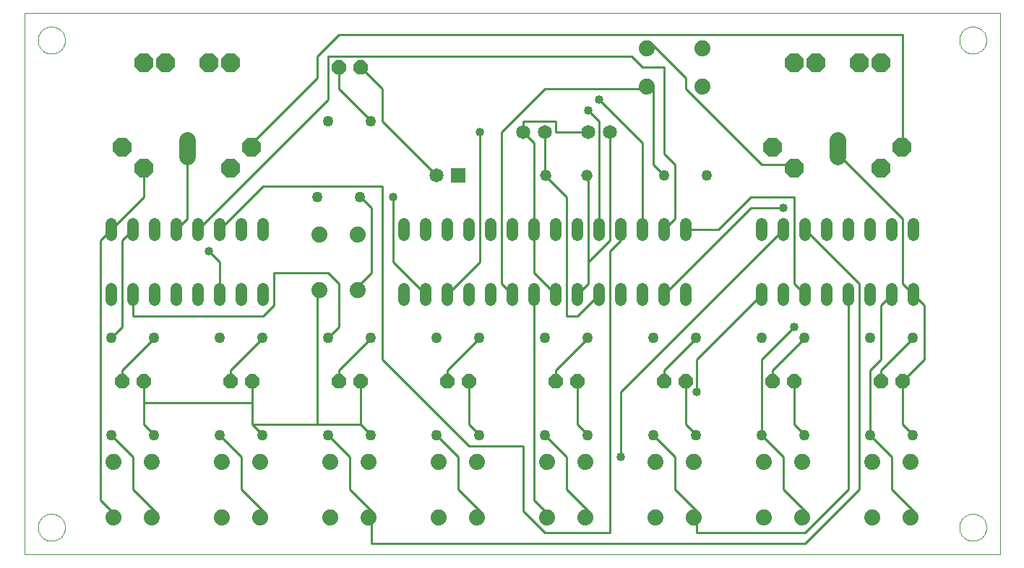
<source format=gtl>
G75*
G70*
%OFA0B0*%
%FSLAX24Y24*%
%IPPOS*%
%LPD*%
%AMOC8*
5,1,8,0,0,1.08239X$1,22.5*
%
%ADD10C,0.0000*%
%ADD11C,0.0520*%
%ADD12C,0.0740*%
%ADD13C,0.0500*%
%ADD14C,0.0520*%
%ADD15C,0.0650*%
%ADD16C,0.0780*%
%ADD17OC8,0.0860*%
%ADD18OC8,0.0660*%
%ADD19R,0.0650X0.0650*%
%ADD20C,0.0100*%
%ADD21C,0.0400*%
D10*
X000101Y000101D02*
X000101Y025101D01*
X045101Y025101D01*
X045101Y000101D01*
X000101Y000101D01*
X000726Y001351D02*
X000728Y001401D01*
X000734Y001450D01*
X000744Y001499D01*
X000757Y001546D01*
X000775Y001593D01*
X000796Y001638D01*
X000820Y001681D01*
X000848Y001722D01*
X000879Y001761D01*
X000913Y001797D01*
X000950Y001831D01*
X000990Y001861D01*
X001031Y001888D01*
X001075Y001912D01*
X001120Y001932D01*
X001167Y001948D01*
X001215Y001961D01*
X001264Y001970D01*
X001314Y001975D01*
X001363Y001976D01*
X001413Y001973D01*
X001462Y001966D01*
X001511Y001955D01*
X001558Y001941D01*
X001604Y001922D01*
X001649Y001900D01*
X001692Y001875D01*
X001732Y001846D01*
X001770Y001814D01*
X001806Y001780D01*
X001839Y001742D01*
X001868Y001702D01*
X001894Y001660D01*
X001917Y001616D01*
X001936Y001570D01*
X001952Y001523D01*
X001964Y001474D01*
X001972Y001425D01*
X001976Y001376D01*
X001976Y001326D01*
X001972Y001277D01*
X001964Y001228D01*
X001952Y001179D01*
X001936Y001132D01*
X001917Y001086D01*
X001894Y001042D01*
X001868Y001000D01*
X001839Y000960D01*
X001806Y000922D01*
X001770Y000888D01*
X001732Y000856D01*
X001692Y000827D01*
X001649Y000802D01*
X001604Y000780D01*
X001558Y000761D01*
X001511Y000747D01*
X001462Y000736D01*
X001413Y000729D01*
X001363Y000726D01*
X001314Y000727D01*
X001264Y000732D01*
X001215Y000741D01*
X001167Y000754D01*
X001120Y000770D01*
X001075Y000790D01*
X001031Y000814D01*
X000990Y000841D01*
X000950Y000871D01*
X000913Y000905D01*
X000879Y000941D01*
X000848Y000980D01*
X000820Y001021D01*
X000796Y001064D01*
X000775Y001109D01*
X000757Y001156D01*
X000744Y001203D01*
X000734Y001252D01*
X000728Y001301D01*
X000726Y001351D01*
X000726Y023851D02*
X000728Y023901D01*
X000734Y023950D01*
X000744Y023999D01*
X000757Y024046D01*
X000775Y024093D01*
X000796Y024138D01*
X000820Y024181D01*
X000848Y024222D01*
X000879Y024261D01*
X000913Y024297D01*
X000950Y024331D01*
X000990Y024361D01*
X001031Y024388D01*
X001075Y024412D01*
X001120Y024432D01*
X001167Y024448D01*
X001215Y024461D01*
X001264Y024470D01*
X001314Y024475D01*
X001363Y024476D01*
X001413Y024473D01*
X001462Y024466D01*
X001511Y024455D01*
X001558Y024441D01*
X001604Y024422D01*
X001649Y024400D01*
X001692Y024375D01*
X001732Y024346D01*
X001770Y024314D01*
X001806Y024280D01*
X001839Y024242D01*
X001868Y024202D01*
X001894Y024160D01*
X001917Y024116D01*
X001936Y024070D01*
X001952Y024023D01*
X001964Y023974D01*
X001972Y023925D01*
X001976Y023876D01*
X001976Y023826D01*
X001972Y023777D01*
X001964Y023728D01*
X001952Y023679D01*
X001936Y023632D01*
X001917Y023586D01*
X001894Y023542D01*
X001868Y023500D01*
X001839Y023460D01*
X001806Y023422D01*
X001770Y023388D01*
X001732Y023356D01*
X001692Y023327D01*
X001649Y023302D01*
X001604Y023280D01*
X001558Y023261D01*
X001511Y023247D01*
X001462Y023236D01*
X001413Y023229D01*
X001363Y023226D01*
X001314Y023227D01*
X001264Y023232D01*
X001215Y023241D01*
X001167Y023254D01*
X001120Y023270D01*
X001075Y023290D01*
X001031Y023314D01*
X000990Y023341D01*
X000950Y023371D01*
X000913Y023405D01*
X000879Y023441D01*
X000848Y023480D01*
X000820Y023521D01*
X000796Y023564D01*
X000775Y023609D01*
X000757Y023656D01*
X000744Y023703D01*
X000734Y023752D01*
X000728Y023801D01*
X000726Y023851D01*
X043226Y023851D02*
X043228Y023901D01*
X043234Y023950D01*
X043244Y023999D01*
X043257Y024046D01*
X043275Y024093D01*
X043296Y024138D01*
X043320Y024181D01*
X043348Y024222D01*
X043379Y024261D01*
X043413Y024297D01*
X043450Y024331D01*
X043490Y024361D01*
X043531Y024388D01*
X043575Y024412D01*
X043620Y024432D01*
X043667Y024448D01*
X043715Y024461D01*
X043764Y024470D01*
X043814Y024475D01*
X043863Y024476D01*
X043913Y024473D01*
X043962Y024466D01*
X044011Y024455D01*
X044058Y024441D01*
X044104Y024422D01*
X044149Y024400D01*
X044192Y024375D01*
X044232Y024346D01*
X044270Y024314D01*
X044306Y024280D01*
X044339Y024242D01*
X044368Y024202D01*
X044394Y024160D01*
X044417Y024116D01*
X044436Y024070D01*
X044452Y024023D01*
X044464Y023974D01*
X044472Y023925D01*
X044476Y023876D01*
X044476Y023826D01*
X044472Y023777D01*
X044464Y023728D01*
X044452Y023679D01*
X044436Y023632D01*
X044417Y023586D01*
X044394Y023542D01*
X044368Y023500D01*
X044339Y023460D01*
X044306Y023422D01*
X044270Y023388D01*
X044232Y023356D01*
X044192Y023327D01*
X044149Y023302D01*
X044104Y023280D01*
X044058Y023261D01*
X044011Y023247D01*
X043962Y023236D01*
X043913Y023229D01*
X043863Y023226D01*
X043814Y023227D01*
X043764Y023232D01*
X043715Y023241D01*
X043667Y023254D01*
X043620Y023270D01*
X043575Y023290D01*
X043531Y023314D01*
X043490Y023341D01*
X043450Y023371D01*
X043413Y023405D01*
X043379Y023441D01*
X043348Y023480D01*
X043320Y023521D01*
X043296Y023564D01*
X043275Y023609D01*
X043257Y023656D01*
X043244Y023703D01*
X043234Y023752D01*
X043228Y023801D01*
X043226Y023851D01*
X043226Y001351D02*
X043228Y001401D01*
X043234Y001450D01*
X043244Y001499D01*
X043257Y001546D01*
X043275Y001593D01*
X043296Y001638D01*
X043320Y001681D01*
X043348Y001722D01*
X043379Y001761D01*
X043413Y001797D01*
X043450Y001831D01*
X043490Y001861D01*
X043531Y001888D01*
X043575Y001912D01*
X043620Y001932D01*
X043667Y001948D01*
X043715Y001961D01*
X043764Y001970D01*
X043814Y001975D01*
X043863Y001976D01*
X043913Y001973D01*
X043962Y001966D01*
X044011Y001955D01*
X044058Y001941D01*
X044104Y001922D01*
X044149Y001900D01*
X044192Y001875D01*
X044232Y001846D01*
X044270Y001814D01*
X044306Y001780D01*
X044339Y001742D01*
X044368Y001702D01*
X044394Y001660D01*
X044417Y001616D01*
X044436Y001570D01*
X044452Y001523D01*
X044464Y001474D01*
X044472Y001425D01*
X044476Y001376D01*
X044476Y001326D01*
X044472Y001277D01*
X044464Y001228D01*
X044452Y001179D01*
X044436Y001132D01*
X044417Y001086D01*
X044394Y001042D01*
X044368Y001000D01*
X044339Y000960D01*
X044306Y000922D01*
X044270Y000888D01*
X044232Y000856D01*
X044192Y000827D01*
X044149Y000802D01*
X044104Y000780D01*
X044058Y000761D01*
X044011Y000747D01*
X043962Y000736D01*
X043913Y000729D01*
X043863Y000726D01*
X043814Y000727D01*
X043764Y000732D01*
X043715Y000741D01*
X043667Y000754D01*
X043620Y000770D01*
X043575Y000790D01*
X043531Y000814D01*
X043490Y000841D01*
X043450Y000871D01*
X043413Y000905D01*
X043379Y000941D01*
X043348Y000980D01*
X043320Y001021D01*
X043296Y001064D01*
X043275Y001109D01*
X043257Y001156D01*
X043244Y001203D01*
X043234Y001252D01*
X043228Y001301D01*
X043226Y001351D01*
D11*
X041101Y011841D02*
X041101Y012361D01*
X040101Y012361D02*
X040101Y011841D01*
X039101Y011841D02*
X039101Y012361D01*
X038101Y012361D02*
X038101Y011841D01*
X037101Y011841D02*
X037101Y012361D01*
X036101Y012361D02*
X036101Y011841D01*
X035101Y011841D02*
X035101Y012361D01*
X034101Y012361D02*
X034101Y011841D01*
X030601Y011841D02*
X030601Y012361D01*
X029601Y012361D02*
X029601Y011841D01*
X028601Y011841D02*
X028601Y012361D01*
X027601Y012361D02*
X027601Y011841D01*
X026601Y011841D02*
X026601Y012361D01*
X025601Y012361D02*
X025601Y011841D01*
X024601Y011841D02*
X024601Y012361D01*
X023601Y012361D02*
X023601Y011841D01*
X022601Y011841D02*
X022601Y012361D01*
X021601Y012361D02*
X021601Y011841D01*
X020601Y011841D02*
X020601Y012361D01*
X019601Y012361D02*
X019601Y011841D01*
X018601Y011841D02*
X018601Y012361D01*
X017601Y012361D02*
X017601Y011841D01*
X017601Y014841D02*
X017601Y015361D01*
X018601Y015361D02*
X018601Y014841D01*
X019601Y014841D02*
X019601Y015361D01*
X020601Y015361D02*
X020601Y014841D01*
X021601Y014841D02*
X021601Y015361D01*
X022601Y015361D02*
X022601Y014841D01*
X023601Y014841D02*
X023601Y015361D01*
X024601Y015361D02*
X024601Y014841D01*
X025601Y014841D02*
X025601Y015361D01*
X026601Y015361D02*
X026601Y014841D01*
X027601Y014841D02*
X027601Y015361D01*
X028601Y015361D02*
X028601Y014841D01*
X029601Y014841D02*
X029601Y015361D01*
X030601Y015361D02*
X030601Y014841D01*
X034101Y014841D02*
X034101Y015361D01*
X035101Y015361D02*
X035101Y014841D01*
X036101Y014841D02*
X036101Y015361D01*
X037101Y015361D02*
X037101Y014841D01*
X038101Y014841D02*
X038101Y015361D01*
X039101Y015361D02*
X039101Y014841D01*
X040101Y014841D02*
X040101Y015361D01*
X041101Y015361D02*
X041101Y014841D01*
X011101Y014841D02*
X011101Y015361D01*
X010101Y015361D02*
X010101Y014841D01*
X009101Y014841D02*
X009101Y015361D01*
X008101Y015361D02*
X008101Y014841D01*
X007101Y014841D02*
X007101Y015361D01*
X006101Y015361D02*
X006101Y014841D01*
X005101Y014841D02*
X005101Y015361D01*
X004101Y015361D02*
X004101Y014841D01*
X004101Y012361D02*
X004101Y011841D01*
X005101Y011841D02*
X005101Y012361D01*
X006101Y012361D02*
X006101Y011841D01*
X007101Y011841D02*
X007101Y012361D01*
X008101Y012361D02*
X008101Y011841D01*
X009101Y011841D02*
X009101Y012361D01*
X010101Y012361D02*
X010101Y011841D01*
X011101Y011841D02*
X011101Y012361D01*
D12*
X013711Y012321D03*
X015491Y012321D03*
X015491Y014881D03*
X013711Y014881D03*
X028821Y021711D03*
X031381Y021711D03*
X031381Y023491D03*
X028821Y023491D03*
X029211Y004381D03*
X030991Y004381D03*
X034211Y004381D03*
X035991Y004381D03*
X039211Y004381D03*
X040991Y004381D03*
X040991Y001821D03*
X039211Y001821D03*
X035991Y001821D03*
X034211Y001821D03*
X030991Y001821D03*
X029211Y001821D03*
X025991Y001821D03*
X024211Y001821D03*
X020991Y001821D03*
X019211Y001821D03*
X015991Y001821D03*
X014211Y001821D03*
X010991Y001821D03*
X009211Y001821D03*
X005991Y001821D03*
X004211Y001821D03*
X004211Y004381D03*
X005991Y004381D03*
X009211Y004381D03*
X010991Y004381D03*
X014211Y004381D03*
X015991Y004381D03*
X019211Y004381D03*
X020991Y004381D03*
X024211Y004381D03*
X025991Y004381D03*
D13*
X026085Y005601D03*
X024117Y005601D03*
X021085Y005601D03*
X019117Y005601D03*
X016085Y005601D03*
X014117Y005601D03*
X011085Y005601D03*
X009117Y005601D03*
X006085Y005601D03*
X004117Y005601D03*
X004117Y010101D03*
X006085Y010101D03*
X009117Y010101D03*
X011085Y010101D03*
X014117Y010101D03*
X016085Y010101D03*
X019117Y010101D03*
X021085Y010101D03*
X024117Y010101D03*
X026085Y010101D03*
X029117Y010101D03*
X031085Y010101D03*
X034117Y010101D03*
X036085Y010101D03*
X039117Y010101D03*
X041085Y010101D03*
X041085Y005601D03*
X039117Y005601D03*
X036085Y005601D03*
X034117Y005601D03*
X031085Y005601D03*
X029117Y005601D03*
X015585Y016601D03*
X013617Y016601D03*
X014117Y020101D03*
X016085Y020101D03*
X029617Y017601D03*
X031585Y017601D03*
D14*
X026051Y017601D03*
X024151Y017601D03*
D15*
X024101Y019601D03*
X023101Y019601D03*
X026101Y019601D03*
X027101Y019601D03*
X019101Y017601D03*
D16*
X007601Y018469D02*
X007601Y019249D01*
X037601Y019249D02*
X037601Y018469D01*
D17*
X039601Y017937D03*
X040561Y018898D03*
X035601Y017937D03*
X034601Y018898D03*
X035601Y022819D03*
X036601Y022819D03*
X038601Y022819D03*
X039601Y022819D03*
X010561Y018898D03*
X009601Y017937D03*
X005601Y017937D03*
X004601Y018898D03*
X005601Y022819D03*
X006601Y022819D03*
X008601Y022819D03*
X009601Y022819D03*
D18*
X014601Y022601D03*
X015601Y022601D03*
X015601Y008101D03*
X014601Y008101D03*
X010601Y008101D03*
X009601Y008101D03*
X005601Y008101D03*
X004601Y008101D03*
X019601Y008101D03*
X020601Y008101D03*
X024601Y008101D03*
X025601Y008101D03*
X029601Y008101D03*
X030601Y008101D03*
X034601Y008101D03*
X035601Y008101D03*
X039601Y008101D03*
X040601Y008101D03*
D19*
X020101Y017601D03*
D20*
X019101Y017601D02*
X016601Y020101D01*
X016601Y021601D01*
X015601Y022601D01*
X014601Y022601D02*
X014601Y021601D01*
X016101Y020101D01*
X016085Y020101D01*
X014101Y021101D02*
X014101Y023101D01*
X028101Y023101D01*
X028601Y022601D01*
X029601Y022601D01*
X029601Y018601D01*
X030101Y018101D01*
X030101Y015601D01*
X029601Y015101D01*
X030601Y015101D02*
X032101Y015101D01*
X033601Y016601D01*
X035601Y016601D01*
X035601Y012601D01*
X036101Y012101D01*
X034101Y012101D02*
X031101Y009101D01*
X031101Y007601D01*
X030601Y008101D02*
X030601Y006101D01*
X031101Y005601D01*
X031085Y005601D01*
X030101Y004601D02*
X030101Y003101D01*
X031101Y002101D01*
X030991Y001821D01*
X031101Y001601D01*
X031101Y001101D01*
X036101Y001101D01*
X038101Y003101D01*
X038101Y012101D01*
X038601Y012601D02*
X038601Y003101D01*
X036101Y000601D01*
X016101Y000601D01*
X016101Y001601D01*
X015991Y001821D01*
X016101Y002101D01*
X015101Y003101D01*
X015101Y004601D01*
X014101Y005601D01*
X014117Y005601D01*
X013601Y006101D02*
X013601Y012101D01*
X013711Y012321D01*
X014101Y013101D02*
X014601Y012601D01*
X014601Y010601D01*
X014101Y010101D01*
X014117Y010101D01*
X014601Y008601D02*
X016101Y010101D01*
X016085Y010101D01*
X016601Y009101D02*
X020601Y005101D01*
X023101Y005101D01*
X023101Y002101D01*
X024101Y001101D01*
X027101Y001101D01*
X027101Y014101D01*
X027601Y014601D01*
X027601Y015101D01*
X027101Y014601D02*
X026101Y013601D01*
X026101Y012601D01*
X025601Y012101D01*
X025601Y011101D02*
X026601Y012101D01*
X025601Y011101D02*
X025101Y011101D01*
X025101Y016601D01*
X024101Y017601D01*
X024151Y017601D01*
X024101Y017601D02*
X024101Y019601D01*
X024601Y019601D02*
X024601Y020101D01*
X023101Y020101D01*
X023101Y019601D01*
X023601Y019101D01*
X023601Y015101D01*
X023601Y013101D01*
X024601Y012101D01*
X023601Y012101D02*
X023601Y002601D01*
X024101Y002101D01*
X024211Y001821D01*
X025101Y003101D02*
X026101Y002101D01*
X025991Y001821D01*
X025101Y003101D02*
X025101Y004601D01*
X024101Y005601D01*
X024117Y005601D01*
X025601Y006101D02*
X025601Y008101D01*
X024601Y008101D02*
X024601Y008601D01*
X026101Y010101D01*
X026085Y010101D01*
X029601Y008601D02*
X029601Y008101D01*
X029601Y008601D02*
X031101Y010101D01*
X031085Y010101D01*
X034101Y009101D02*
X034101Y005601D01*
X034117Y005601D01*
X034101Y005601D02*
X035101Y004601D01*
X035101Y003101D01*
X036101Y002101D01*
X035991Y001821D01*
X040101Y003101D02*
X041101Y002101D01*
X040991Y001821D01*
X040101Y003101D02*
X040101Y004601D01*
X039101Y005601D01*
X039117Y005601D01*
X039101Y005601D02*
X039101Y008601D01*
X039601Y009101D01*
X039601Y011601D01*
X040101Y012101D01*
X040601Y012601D02*
X041101Y012101D01*
X041601Y011601D01*
X041601Y009101D01*
X040601Y008101D01*
X040601Y006101D01*
X041101Y005601D01*
X041085Y005601D01*
X039601Y008101D02*
X039601Y008601D01*
X041101Y010101D01*
X041085Y010101D01*
X040601Y012601D02*
X040601Y015601D01*
X037601Y018601D01*
X037601Y018859D01*
X035601Y018101D02*
X035601Y017937D01*
X035601Y018101D02*
X034101Y018101D01*
X030601Y021601D01*
X030601Y022101D01*
X029101Y023601D01*
X028821Y023491D01*
X028821Y021711D02*
X028601Y021601D01*
X024101Y021601D01*
X022101Y019601D01*
X022101Y012601D01*
X022601Y012101D01*
X021101Y013601D02*
X021101Y019601D01*
X024601Y019601D02*
X026101Y019601D01*
X026601Y020101D02*
X026601Y015101D01*
X027101Y014601D02*
X027101Y019601D01*
X026601Y020101D02*
X026101Y020601D01*
X026601Y021101D02*
X028601Y019101D01*
X028601Y015101D01*
X026101Y013601D02*
X026101Y017601D01*
X026051Y017601D01*
X029101Y018101D02*
X029101Y021601D01*
X028821Y021711D01*
X029101Y018101D02*
X029601Y017601D01*
X029617Y017601D01*
X033601Y016101D02*
X035101Y016101D01*
X033601Y016101D02*
X029601Y012101D01*
X027601Y007601D02*
X035101Y015101D01*
X036101Y015101D02*
X038601Y012601D01*
X035601Y010601D02*
X034101Y009101D01*
X034601Y008601D02*
X034601Y008101D01*
X034601Y008601D02*
X036101Y010101D01*
X036085Y010101D01*
X035601Y008101D02*
X035601Y006101D01*
X036101Y005601D01*
X036085Y005601D01*
X030101Y004601D02*
X029101Y005601D01*
X029117Y005601D01*
X027601Y004601D02*
X027601Y007601D01*
X025601Y006101D02*
X026101Y005601D01*
X026085Y005601D01*
X021101Y005601D02*
X021085Y005601D01*
X021101Y005601D02*
X020601Y006101D01*
X020601Y008101D01*
X019601Y008101D02*
X019601Y008601D01*
X021101Y010101D01*
X021085Y010101D01*
X019601Y012101D02*
X021101Y013601D01*
X018601Y012101D02*
X017101Y013601D01*
X017101Y016601D01*
X016601Y017101D02*
X016601Y009101D01*
X015601Y008101D02*
X015601Y006101D01*
X013601Y006101D01*
X010601Y006101D01*
X010601Y007101D01*
X005601Y007101D01*
X005601Y006101D01*
X006101Y005601D01*
X006085Y005601D01*
X005101Y004601D02*
X005101Y003101D01*
X006101Y002101D01*
X005991Y001821D01*
X004211Y001821D02*
X004101Y002101D01*
X003601Y002601D01*
X003601Y014601D01*
X004101Y015101D01*
X005601Y016601D01*
X005601Y017937D01*
X007601Y018859D02*
X007601Y015601D01*
X007101Y015101D01*
X008101Y015101D02*
X014101Y021101D01*
X013601Y022101D02*
X013601Y023101D01*
X014601Y024101D01*
X040601Y024101D01*
X040601Y019101D01*
X040561Y018898D01*
X020101Y004601D02*
X019101Y005601D01*
X019117Y005601D01*
X020101Y004601D02*
X020101Y003101D01*
X021101Y002101D01*
X020991Y001821D01*
X016101Y005601D02*
X016085Y005601D01*
X016101Y005601D02*
X015601Y006101D01*
X014601Y008101D02*
X014601Y008601D01*
X011101Y010101D02*
X011085Y010101D01*
X011101Y010101D02*
X009601Y008601D01*
X009601Y008101D01*
X010601Y008101D02*
X010601Y007101D01*
X010601Y006101D02*
X011101Y005601D01*
X011085Y005601D01*
X010101Y004601D02*
X010101Y003101D01*
X011101Y002101D01*
X010991Y001821D01*
X010101Y004601D02*
X009101Y005601D01*
X009117Y005601D01*
X005601Y007101D02*
X005601Y008101D01*
X004601Y008101D02*
X004601Y008601D01*
X006101Y010101D01*
X006085Y010101D01*
X004601Y010601D02*
X004601Y014601D01*
X005101Y015101D01*
X008601Y014101D02*
X009101Y013601D01*
X009101Y012101D01*
X011101Y011101D02*
X005101Y011101D01*
X005101Y012101D01*
X004601Y010601D02*
X004101Y010101D01*
X004117Y010101D01*
X011101Y011101D02*
X011601Y011601D01*
X011601Y013101D01*
X014101Y013101D01*
X015601Y012601D02*
X015491Y012321D01*
X015601Y012601D02*
X016101Y013101D01*
X016101Y016101D01*
X015601Y016601D01*
X015585Y016601D01*
X016601Y017101D02*
X011101Y017101D01*
X009101Y015101D01*
X010561Y018898D02*
X010601Y019101D01*
X013601Y022101D01*
X004117Y005601D02*
X004101Y005601D01*
X005101Y004601D01*
D21*
X008601Y014101D03*
X017101Y016601D03*
X021101Y019601D03*
X026101Y020601D03*
X026601Y021101D03*
X035101Y016101D03*
X035601Y010601D03*
X031101Y007601D03*
X027601Y004601D03*
M02*

</source>
